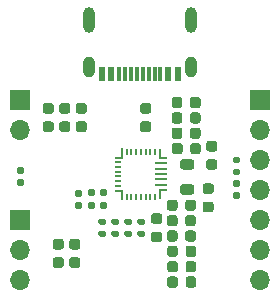
<source format=gts>
G04 #@! TF.GenerationSoftware,KiCad,Pcbnew,(5.1.10)-1*
G04 #@! TF.CreationDate,2021-12-10T13:25:55-08:00*
G04 #@! TF.ProjectId,BQ25798,42513235-3739-4382-9e6b-696361645f70,rev?*
G04 #@! TF.SameCoordinates,Original*
G04 #@! TF.FileFunction,Soldermask,Top*
G04 #@! TF.FilePolarity,Negative*
%FSLAX46Y46*%
G04 Gerber Fmt 4.6, Leading zero omitted, Abs format (unit mm)*
G04 Created by KiCad (PCBNEW (5.1.10)-1) date 2021-12-10 13:25:55*
%MOMM*%
%LPD*%
G01*
G04 APERTURE LIST*
%ADD10R,0.700000X0.200000*%
%ADD11R,1.000000X0.200000*%
%ADD12R,0.600000X0.200000*%
%ADD13R,0.200000X0.950000*%
%ADD14R,0.200000X0.600000*%
%ADD15R,0.200000X0.900000*%
%ADD16O,1.700000X1.700000*%
%ADD17R,1.700000X1.700000*%
%ADD18R,0.600000X1.150000*%
%ADD19R,0.300000X1.150000*%
%ADD20O,1.000000X2.200000*%
%ADD21O,1.000000X1.800000*%
G04 APERTURE END LIST*
D10*
X90955001Y-111784999D03*
X90955001Y-108984999D03*
X94655001Y-111734999D03*
X94655001Y-109034999D03*
D11*
X94505001Y-109484999D03*
X94505001Y-109934999D03*
X94505001Y-110384999D03*
X94505001Y-110834999D03*
X94505001Y-111284999D03*
D12*
X90905001Y-111384999D03*
X90905001Y-110984999D03*
X90905001Y-110584999D03*
X90905001Y-110184999D03*
X90905001Y-109784999D03*
X90905001Y-109384999D03*
D13*
X94405001Y-112109999D03*
D14*
X94005001Y-112284999D03*
X93605001Y-112284999D03*
X93205001Y-112284999D03*
X92805001Y-112284999D03*
X92805001Y-112284999D03*
X92405001Y-112284999D03*
X92005001Y-112284999D03*
X91605001Y-112284999D03*
D15*
X91205001Y-112134999D03*
X91205001Y-108634999D03*
D14*
X91605001Y-108484999D03*
X92005001Y-108484999D03*
X92405001Y-108484999D03*
X92805001Y-108484999D03*
X93205001Y-108484999D03*
X93605001Y-108484999D03*
X94005001Y-108484999D03*
D13*
X94405001Y-108659999D03*
G36*
G01*
X88890000Y-111745000D02*
X88890000Y-112115000D01*
G75*
G02*
X88755000Y-112250000I-135000J0D01*
G01*
X88485000Y-112250000D01*
G75*
G02*
X88350000Y-112115000I0J135000D01*
G01*
X88350000Y-111745000D01*
G75*
G02*
X88485000Y-111610000I135000J0D01*
G01*
X88755000Y-111610000D01*
G75*
G02*
X88890000Y-111745000I0J-135000D01*
G01*
G37*
G36*
G01*
X89910000Y-111745000D02*
X89910000Y-112115000D01*
G75*
G02*
X89775000Y-112250000I-135000J0D01*
G01*
X89505000Y-112250000D01*
G75*
G02*
X89370000Y-112115000I0J135000D01*
G01*
X89370000Y-111745000D01*
G75*
G02*
X89505000Y-111610000I135000J0D01*
G01*
X89775000Y-111610000D01*
G75*
G02*
X89910000Y-111745000I0J-135000D01*
G01*
G37*
G36*
G01*
X89370000Y-113215000D02*
X89370000Y-112845000D01*
G75*
G02*
X89505000Y-112710000I135000J0D01*
G01*
X89775000Y-112710000D01*
G75*
G02*
X89910000Y-112845000I0J-135000D01*
G01*
X89910000Y-113215000D01*
G75*
G02*
X89775000Y-113350000I-135000J0D01*
G01*
X89505000Y-113350000D01*
G75*
G02*
X89370000Y-113215000I0J135000D01*
G01*
G37*
G36*
G01*
X88350000Y-113215000D02*
X88350000Y-112845000D01*
G75*
G02*
X88485000Y-112710000I135000J0D01*
G01*
X88755000Y-112710000D01*
G75*
G02*
X88890000Y-112845000I0J-135000D01*
G01*
X88890000Y-113215000D01*
G75*
G02*
X88755000Y-113350000I-135000J0D01*
G01*
X88485000Y-113350000D01*
G75*
G02*
X88350000Y-113215000I0J135000D01*
G01*
G37*
G36*
G01*
X87715000Y-112290000D02*
X87345000Y-112290000D01*
G75*
G02*
X87210000Y-112155000I0J135000D01*
G01*
X87210000Y-111885000D01*
G75*
G02*
X87345000Y-111750000I135000J0D01*
G01*
X87715000Y-111750000D01*
G75*
G02*
X87850000Y-111885000I0J-135000D01*
G01*
X87850000Y-112155000D01*
G75*
G02*
X87715000Y-112290000I-135000J0D01*
G01*
G37*
G36*
G01*
X87715000Y-113310000D02*
X87345000Y-113310000D01*
G75*
G02*
X87210000Y-113175000I0J135000D01*
G01*
X87210000Y-112905000D01*
G75*
G02*
X87345000Y-112770000I135000J0D01*
G01*
X87715000Y-112770000D01*
G75*
G02*
X87850000Y-112905000I0J-135000D01*
G01*
X87850000Y-113175000D01*
G75*
G02*
X87715000Y-113310000I-135000J0D01*
G01*
G37*
G36*
G01*
X91915000Y-114690000D02*
X91545000Y-114690000D01*
G75*
G02*
X91410000Y-114555000I0J135000D01*
G01*
X91410000Y-114285000D01*
G75*
G02*
X91545000Y-114150000I135000J0D01*
G01*
X91915000Y-114150000D01*
G75*
G02*
X92050000Y-114285000I0J-135000D01*
G01*
X92050000Y-114555000D01*
G75*
G02*
X91915000Y-114690000I-135000J0D01*
G01*
G37*
G36*
G01*
X91915000Y-115710000D02*
X91545000Y-115710000D01*
G75*
G02*
X91410000Y-115575000I0J135000D01*
G01*
X91410000Y-115305000D01*
G75*
G02*
X91545000Y-115170000I135000J0D01*
G01*
X91915000Y-115170000D01*
G75*
G02*
X92050000Y-115305000I0J-135000D01*
G01*
X92050000Y-115575000D01*
G75*
G02*
X91915000Y-115710000I-135000J0D01*
G01*
G37*
G36*
G01*
X101085000Y-111460000D02*
X100715000Y-111460000D01*
G75*
G02*
X100580000Y-111325000I0J135000D01*
G01*
X100580000Y-111055000D01*
G75*
G02*
X100715000Y-110920000I135000J0D01*
G01*
X101085000Y-110920000D01*
G75*
G02*
X101220000Y-111055000I0J-135000D01*
G01*
X101220000Y-111325000D01*
G75*
G02*
X101085000Y-111460000I-135000J0D01*
G01*
G37*
G36*
G01*
X101085000Y-112480000D02*
X100715000Y-112480000D01*
G75*
G02*
X100580000Y-112345000I0J135000D01*
G01*
X100580000Y-112075000D01*
G75*
G02*
X100715000Y-111940000I135000J0D01*
G01*
X101085000Y-111940000D01*
G75*
G02*
X101220000Y-112075000I0J-135000D01*
G01*
X101220000Y-112345000D01*
G75*
G02*
X101085000Y-112480000I-135000J0D01*
G01*
G37*
G36*
G01*
X100715000Y-109940000D02*
X101085000Y-109940000D01*
G75*
G02*
X101220000Y-110075000I0J-135000D01*
G01*
X101220000Y-110345000D01*
G75*
G02*
X101085000Y-110480000I-135000J0D01*
G01*
X100715000Y-110480000D01*
G75*
G02*
X100580000Y-110345000I0J135000D01*
G01*
X100580000Y-110075000D01*
G75*
G02*
X100715000Y-109940000I135000J0D01*
G01*
G37*
G36*
G01*
X100715000Y-108920000D02*
X101085000Y-108920000D01*
G75*
G02*
X101220000Y-109055000I0J-135000D01*
G01*
X101220000Y-109325000D01*
G75*
G02*
X101085000Y-109460000I-135000J0D01*
G01*
X100715000Y-109460000D01*
G75*
G02*
X100580000Y-109325000I0J135000D01*
G01*
X100580000Y-109055000D01*
G75*
G02*
X100715000Y-108920000I135000J0D01*
G01*
G37*
G36*
G01*
X90445000Y-115170000D02*
X90815000Y-115170000D01*
G75*
G02*
X90950000Y-115305000I0J-135000D01*
G01*
X90950000Y-115575000D01*
G75*
G02*
X90815000Y-115710000I-135000J0D01*
G01*
X90445000Y-115710000D01*
G75*
G02*
X90310000Y-115575000I0J135000D01*
G01*
X90310000Y-115305000D01*
G75*
G02*
X90445000Y-115170000I135000J0D01*
G01*
G37*
G36*
G01*
X90445000Y-114150000D02*
X90815000Y-114150000D01*
G75*
G02*
X90950000Y-114285000I0J-135000D01*
G01*
X90950000Y-114555000D01*
G75*
G02*
X90815000Y-114690000I-135000J0D01*
G01*
X90445000Y-114690000D01*
G75*
G02*
X90310000Y-114555000I0J135000D01*
G01*
X90310000Y-114285000D01*
G75*
G02*
X90445000Y-114150000I135000J0D01*
G01*
G37*
G36*
G01*
X89715000Y-114690000D02*
X89345000Y-114690000D01*
G75*
G02*
X89210000Y-114555000I0J135000D01*
G01*
X89210000Y-114285000D01*
G75*
G02*
X89345000Y-114150000I135000J0D01*
G01*
X89715000Y-114150000D01*
G75*
G02*
X89850000Y-114285000I0J-135000D01*
G01*
X89850000Y-114555000D01*
G75*
G02*
X89715000Y-114690000I-135000J0D01*
G01*
G37*
G36*
G01*
X89715000Y-115710000D02*
X89345000Y-115710000D01*
G75*
G02*
X89210000Y-115575000I0J135000D01*
G01*
X89210000Y-115305000D01*
G75*
G02*
X89345000Y-115170000I135000J0D01*
G01*
X89715000Y-115170000D01*
G75*
G02*
X89850000Y-115305000I0J-135000D01*
G01*
X89850000Y-115575000D01*
G75*
G02*
X89715000Y-115710000I-135000J0D01*
G01*
G37*
G36*
G01*
X92645000Y-115170000D02*
X93015000Y-115170000D01*
G75*
G02*
X93150000Y-115305000I0J-135000D01*
G01*
X93150000Y-115575000D01*
G75*
G02*
X93015000Y-115710000I-135000J0D01*
G01*
X92645000Y-115710000D01*
G75*
G02*
X92510000Y-115575000I0J135000D01*
G01*
X92510000Y-115305000D01*
G75*
G02*
X92645000Y-115170000I135000J0D01*
G01*
G37*
G36*
G01*
X92645000Y-114150000D02*
X93015000Y-114150000D01*
G75*
G02*
X93150000Y-114285000I0J-135000D01*
G01*
X93150000Y-114555000D01*
G75*
G02*
X93015000Y-114690000I-135000J0D01*
G01*
X92645000Y-114690000D01*
G75*
G02*
X92510000Y-114555000I0J135000D01*
G01*
X92510000Y-114285000D01*
G75*
G02*
X92645000Y-114150000I135000J0D01*
G01*
G37*
G36*
G01*
X96348750Y-111255000D02*
X97111250Y-111255000D01*
G75*
G02*
X97330000Y-111473750I0J-218750D01*
G01*
X97330000Y-111911250D01*
G75*
G02*
X97111250Y-112130000I-218750J0D01*
G01*
X96348750Y-112130000D01*
G75*
G02*
X96130000Y-111911250I0J218750D01*
G01*
X96130000Y-111473750D01*
G75*
G02*
X96348750Y-111255000I218750J0D01*
G01*
G37*
G36*
G01*
X96348750Y-109130000D02*
X97111250Y-109130000D01*
G75*
G02*
X97330000Y-109348750I0J-218750D01*
G01*
X97330000Y-109786250D01*
G75*
G02*
X97111250Y-110005000I-218750J0D01*
G01*
X96348750Y-110005000D01*
G75*
G02*
X96130000Y-109786250I0J218750D01*
G01*
X96130000Y-109348750D01*
G75*
G02*
X96348750Y-109130000I218750J0D01*
G01*
G37*
D16*
X102870000Y-119380000D03*
X102870000Y-116840000D03*
X102870000Y-114300000D03*
X102870000Y-111760000D03*
X102870000Y-109220000D03*
X102870000Y-106680000D03*
D17*
X102870000Y-104140000D03*
D18*
X90310000Y-101925000D03*
X95110000Y-101925000D03*
X95910000Y-101925000D03*
X89510000Y-101925000D03*
D19*
X94460000Y-101925000D03*
X93960000Y-101925000D03*
X93460000Y-101925000D03*
X90960000Y-101925000D03*
X91460000Y-101925000D03*
X91960000Y-101925000D03*
X92460000Y-101925000D03*
X92960000Y-101925000D03*
D20*
X88390000Y-97350000D03*
X97030000Y-97350000D03*
D21*
X88390000Y-101350000D03*
X88390000Y-101350000D03*
X97030000Y-101350000D03*
D16*
X82550000Y-119380000D03*
X82550000Y-116840000D03*
D17*
X82550000Y-114300000D03*
D16*
X82550000Y-106680000D03*
D17*
X82550000Y-104140000D03*
G36*
G01*
X82427500Y-110790000D02*
X82772500Y-110790000D01*
G75*
G02*
X82920000Y-110937500I0J-147500D01*
G01*
X82920000Y-111232500D01*
G75*
G02*
X82772500Y-111380000I-147500J0D01*
G01*
X82427500Y-111380000D01*
G75*
G02*
X82280000Y-111232500I0J147500D01*
G01*
X82280000Y-110937500D01*
G75*
G02*
X82427500Y-110790000I147500J0D01*
G01*
G37*
G36*
G01*
X82427500Y-109820000D02*
X82772500Y-109820000D01*
G75*
G02*
X82920000Y-109967500I0J-147500D01*
G01*
X82920000Y-110262500D01*
G75*
G02*
X82772500Y-110410000I-147500J0D01*
G01*
X82427500Y-110410000D01*
G75*
G02*
X82280000Y-110262500I0J147500D01*
G01*
X82280000Y-109967500D01*
G75*
G02*
X82427500Y-109820000I147500J0D01*
G01*
G37*
G36*
G01*
X98250000Y-112725000D02*
X98750000Y-112725000D01*
G75*
G02*
X98975000Y-112950000I0J-225000D01*
G01*
X98975000Y-113400000D01*
G75*
G02*
X98750000Y-113625000I-225000J0D01*
G01*
X98250000Y-113625000D01*
G75*
G02*
X98025000Y-113400000I0J225000D01*
G01*
X98025000Y-112950000D01*
G75*
G02*
X98250000Y-112725000I225000J0D01*
G01*
G37*
G36*
G01*
X98250000Y-111175000D02*
X98750000Y-111175000D01*
G75*
G02*
X98975000Y-111400000I0J-225000D01*
G01*
X98975000Y-111850000D01*
G75*
G02*
X98750000Y-112075000I-225000J0D01*
G01*
X98250000Y-112075000D01*
G75*
G02*
X98025000Y-111850000I0J225000D01*
G01*
X98025000Y-111400000D01*
G75*
G02*
X98250000Y-111175000I225000J0D01*
G01*
G37*
G36*
G01*
X98550000Y-109125000D02*
X99050000Y-109125000D01*
G75*
G02*
X99275000Y-109350000I0J-225000D01*
G01*
X99275000Y-109800000D01*
G75*
G02*
X99050000Y-110025000I-225000J0D01*
G01*
X98550000Y-110025000D01*
G75*
G02*
X98325000Y-109800000I0J225000D01*
G01*
X98325000Y-109350000D01*
G75*
G02*
X98550000Y-109125000I225000J0D01*
G01*
G37*
G36*
G01*
X98550000Y-107575000D02*
X99050000Y-107575000D01*
G75*
G02*
X99275000Y-107800000I0J-225000D01*
G01*
X99275000Y-108250000D01*
G75*
G02*
X99050000Y-108475000I-225000J0D01*
G01*
X98550000Y-108475000D01*
G75*
G02*
X98325000Y-108250000I0J225000D01*
G01*
X98325000Y-107800000D01*
G75*
G02*
X98550000Y-107575000I225000J0D01*
G01*
G37*
G36*
G01*
X96580000Y-117180000D02*
X96580000Y-116680000D01*
G75*
G02*
X96805000Y-116455000I225000J0D01*
G01*
X97255000Y-116455000D01*
G75*
G02*
X97480000Y-116680000I0J-225000D01*
G01*
X97480000Y-117180000D01*
G75*
G02*
X97255000Y-117405000I-225000J0D01*
G01*
X96805000Y-117405000D01*
G75*
G02*
X96580000Y-117180000I0J225000D01*
G01*
G37*
G36*
G01*
X95030000Y-117180000D02*
X95030000Y-116680000D01*
G75*
G02*
X95255000Y-116455000I225000J0D01*
G01*
X95705000Y-116455000D01*
G75*
G02*
X95930000Y-116680000I0J-225000D01*
G01*
X95930000Y-117180000D01*
G75*
G02*
X95705000Y-117405000I-225000J0D01*
G01*
X95255000Y-117405000D01*
G75*
G02*
X95030000Y-117180000I0J225000D01*
G01*
G37*
G36*
G01*
X93450000Y-105275000D02*
X92950000Y-105275000D01*
G75*
G02*
X92725000Y-105050000I0J225000D01*
G01*
X92725000Y-104600000D01*
G75*
G02*
X92950000Y-104375000I225000J0D01*
G01*
X93450000Y-104375000D01*
G75*
G02*
X93675000Y-104600000I0J-225000D01*
G01*
X93675000Y-105050000D01*
G75*
G02*
X93450000Y-105275000I-225000J0D01*
G01*
G37*
G36*
G01*
X93450000Y-106825000D02*
X92950000Y-106825000D01*
G75*
G02*
X92725000Y-106600000I0J225000D01*
G01*
X92725000Y-106150000D01*
G75*
G02*
X92950000Y-105925000I225000J0D01*
G01*
X93450000Y-105925000D01*
G75*
G02*
X93675000Y-106150000I0J-225000D01*
G01*
X93675000Y-106600000D01*
G75*
G02*
X93450000Y-106825000I-225000J0D01*
G01*
G37*
G36*
G01*
X96580000Y-118480000D02*
X96580000Y-117980000D01*
G75*
G02*
X96805000Y-117755000I225000J0D01*
G01*
X97255000Y-117755000D01*
G75*
G02*
X97480000Y-117980000I0J-225000D01*
G01*
X97480000Y-118480000D01*
G75*
G02*
X97255000Y-118705000I-225000J0D01*
G01*
X96805000Y-118705000D01*
G75*
G02*
X96580000Y-118480000I0J225000D01*
G01*
G37*
G36*
G01*
X95030000Y-118480000D02*
X95030000Y-117980000D01*
G75*
G02*
X95255000Y-117755000I225000J0D01*
G01*
X95705000Y-117755000D01*
G75*
G02*
X95930000Y-117980000I0J-225000D01*
G01*
X95930000Y-118480000D01*
G75*
G02*
X95705000Y-118705000I-225000J0D01*
G01*
X95255000Y-118705000D01*
G75*
G02*
X95030000Y-118480000I0J225000D01*
G01*
G37*
G36*
G01*
X96555000Y-115880000D02*
X96555000Y-115380000D01*
G75*
G02*
X96780000Y-115155000I225000J0D01*
G01*
X97230000Y-115155000D01*
G75*
G02*
X97455000Y-115380000I0J-225000D01*
G01*
X97455000Y-115880000D01*
G75*
G02*
X97230000Y-116105000I-225000J0D01*
G01*
X96780000Y-116105000D01*
G75*
G02*
X96555000Y-115880000I0J225000D01*
G01*
G37*
G36*
G01*
X95005000Y-115880000D02*
X95005000Y-115380000D01*
G75*
G02*
X95230000Y-115155000I225000J0D01*
G01*
X95680000Y-115155000D01*
G75*
G02*
X95905000Y-115380000I0J-225000D01*
G01*
X95905000Y-115880000D01*
G75*
G02*
X95680000Y-116105000I-225000J0D01*
G01*
X95230000Y-116105000D01*
G75*
G02*
X95005000Y-115880000I0J225000D01*
G01*
G37*
G36*
G01*
X96955000Y-105880000D02*
X96955000Y-105380000D01*
G75*
G02*
X97180000Y-105155000I225000J0D01*
G01*
X97630000Y-105155000D01*
G75*
G02*
X97855000Y-105380000I0J-225000D01*
G01*
X97855000Y-105880000D01*
G75*
G02*
X97630000Y-106105000I-225000J0D01*
G01*
X97180000Y-106105000D01*
G75*
G02*
X96955000Y-105880000I0J225000D01*
G01*
G37*
G36*
G01*
X95405000Y-105880000D02*
X95405000Y-105380000D01*
G75*
G02*
X95630000Y-105155000I225000J0D01*
G01*
X96080000Y-105155000D01*
G75*
G02*
X96305000Y-105380000I0J-225000D01*
G01*
X96305000Y-105880000D01*
G75*
G02*
X96080000Y-106105000I-225000J0D01*
G01*
X95630000Y-106105000D01*
G75*
G02*
X95405000Y-105880000I0J225000D01*
G01*
G37*
G36*
G01*
X93880000Y-115255000D02*
X94380000Y-115255000D01*
G75*
G02*
X94605000Y-115480000I0J-225000D01*
G01*
X94605000Y-115930000D01*
G75*
G02*
X94380000Y-116155000I-225000J0D01*
G01*
X93880000Y-116155000D01*
G75*
G02*
X93655000Y-115930000I0J225000D01*
G01*
X93655000Y-115480000D01*
G75*
G02*
X93880000Y-115255000I225000J0D01*
G01*
G37*
G36*
G01*
X93880000Y-113705000D02*
X94380000Y-113705000D01*
G75*
G02*
X94605000Y-113930000I0J-225000D01*
G01*
X94605000Y-114380000D01*
G75*
G02*
X94380000Y-114605000I-225000J0D01*
G01*
X93880000Y-114605000D01*
G75*
G02*
X93655000Y-114380000I0J225000D01*
G01*
X93655000Y-113930000D01*
G75*
G02*
X93880000Y-113705000I225000J0D01*
G01*
G37*
G36*
G01*
X96580000Y-119780000D02*
X96580000Y-119280000D01*
G75*
G02*
X96805000Y-119055000I225000J0D01*
G01*
X97255000Y-119055000D01*
G75*
G02*
X97480000Y-119280000I0J-225000D01*
G01*
X97480000Y-119780000D01*
G75*
G02*
X97255000Y-120005000I-225000J0D01*
G01*
X96805000Y-120005000D01*
G75*
G02*
X96580000Y-119780000I0J225000D01*
G01*
G37*
G36*
G01*
X95030000Y-119780000D02*
X95030000Y-119280000D01*
G75*
G02*
X95255000Y-119055000I225000J0D01*
G01*
X95705000Y-119055000D01*
G75*
G02*
X95930000Y-119280000I0J-225000D01*
G01*
X95930000Y-119780000D01*
G75*
G02*
X95705000Y-120005000I-225000J0D01*
G01*
X95255000Y-120005000D01*
G75*
G02*
X95030000Y-119780000I0J225000D01*
G01*
G37*
G36*
G01*
X96955000Y-107180000D02*
X96955000Y-106680000D01*
G75*
G02*
X97180000Y-106455000I225000J0D01*
G01*
X97630000Y-106455000D01*
G75*
G02*
X97855000Y-106680000I0J-225000D01*
G01*
X97855000Y-107180000D01*
G75*
G02*
X97630000Y-107405000I-225000J0D01*
G01*
X97180000Y-107405000D01*
G75*
G02*
X96955000Y-107180000I0J225000D01*
G01*
G37*
G36*
G01*
X95405000Y-107180000D02*
X95405000Y-106680000D01*
G75*
G02*
X95630000Y-106455000I225000J0D01*
G01*
X96080000Y-106455000D01*
G75*
G02*
X96305000Y-106680000I0J-225000D01*
G01*
X96305000Y-107180000D01*
G75*
G02*
X96080000Y-107405000I-225000J0D01*
G01*
X95630000Y-107405000D01*
G75*
G02*
X95405000Y-107180000I0J225000D01*
G01*
G37*
G36*
G01*
X87510000Y-105925000D02*
X88010000Y-105925000D01*
G75*
G02*
X88235000Y-106150000I0J-225000D01*
G01*
X88235000Y-106600000D01*
G75*
G02*
X88010000Y-106825000I-225000J0D01*
G01*
X87510000Y-106825000D01*
G75*
G02*
X87285000Y-106600000I0J225000D01*
G01*
X87285000Y-106150000D01*
G75*
G02*
X87510000Y-105925000I225000J0D01*
G01*
G37*
G36*
G01*
X87510000Y-104375000D02*
X88010000Y-104375000D01*
G75*
G02*
X88235000Y-104600000I0J-225000D01*
G01*
X88235000Y-105050000D01*
G75*
G02*
X88010000Y-105275000I-225000J0D01*
G01*
X87510000Y-105275000D01*
G75*
G02*
X87285000Y-105050000I0J225000D01*
G01*
X87285000Y-104600000D01*
G75*
G02*
X87510000Y-104375000I225000J0D01*
G01*
G37*
G36*
G01*
X86950000Y-117425000D02*
X87450000Y-117425000D01*
G75*
G02*
X87675000Y-117650000I0J-225000D01*
G01*
X87675000Y-118100000D01*
G75*
G02*
X87450000Y-118325000I-225000J0D01*
G01*
X86950000Y-118325000D01*
G75*
G02*
X86725000Y-118100000I0J225000D01*
G01*
X86725000Y-117650000D01*
G75*
G02*
X86950000Y-117425000I225000J0D01*
G01*
G37*
G36*
G01*
X86950000Y-115875000D02*
X87450000Y-115875000D01*
G75*
G02*
X87675000Y-116100000I0J-225000D01*
G01*
X87675000Y-116550000D01*
G75*
G02*
X87450000Y-116775000I-225000J0D01*
G01*
X86950000Y-116775000D01*
G75*
G02*
X86725000Y-116550000I0J225000D01*
G01*
X86725000Y-116100000D01*
G75*
G02*
X86950000Y-115875000I225000J0D01*
G01*
G37*
G36*
G01*
X96555000Y-114580000D02*
X96555000Y-114080000D01*
G75*
G02*
X96780000Y-113855000I225000J0D01*
G01*
X97230000Y-113855000D01*
G75*
G02*
X97455000Y-114080000I0J-225000D01*
G01*
X97455000Y-114580000D01*
G75*
G02*
X97230000Y-114805000I-225000J0D01*
G01*
X96780000Y-114805000D01*
G75*
G02*
X96555000Y-114580000I0J225000D01*
G01*
G37*
G36*
G01*
X95005000Y-114580000D02*
X95005000Y-114080000D01*
G75*
G02*
X95230000Y-113855000I225000J0D01*
G01*
X95680000Y-113855000D01*
G75*
G02*
X95905000Y-114080000I0J-225000D01*
G01*
X95905000Y-114580000D01*
G75*
G02*
X95680000Y-114805000I-225000J0D01*
G01*
X95230000Y-114805000D01*
G75*
G02*
X95005000Y-114580000I0J225000D01*
G01*
G37*
G36*
G01*
X96980000Y-108480000D02*
X96980000Y-107980000D01*
G75*
G02*
X97205000Y-107755000I225000J0D01*
G01*
X97655000Y-107755000D01*
G75*
G02*
X97880000Y-107980000I0J-225000D01*
G01*
X97880000Y-108480000D01*
G75*
G02*
X97655000Y-108705000I-225000J0D01*
G01*
X97205000Y-108705000D01*
G75*
G02*
X96980000Y-108480000I0J225000D01*
G01*
G37*
G36*
G01*
X95430000Y-108480000D02*
X95430000Y-107980000D01*
G75*
G02*
X95655000Y-107755000I225000J0D01*
G01*
X96105000Y-107755000D01*
G75*
G02*
X96330000Y-107980000I0J-225000D01*
G01*
X96330000Y-108480000D01*
G75*
G02*
X96105000Y-108705000I-225000J0D01*
G01*
X95655000Y-108705000D01*
G75*
G02*
X95430000Y-108480000I0J225000D01*
G01*
G37*
G36*
G01*
X86110000Y-105925000D02*
X86610000Y-105925000D01*
G75*
G02*
X86835000Y-106150000I0J-225000D01*
G01*
X86835000Y-106600000D01*
G75*
G02*
X86610000Y-106825000I-225000J0D01*
G01*
X86110000Y-106825000D01*
G75*
G02*
X85885000Y-106600000I0J225000D01*
G01*
X85885000Y-106150000D01*
G75*
G02*
X86110000Y-105925000I225000J0D01*
G01*
G37*
G36*
G01*
X86110000Y-104375000D02*
X86610000Y-104375000D01*
G75*
G02*
X86835000Y-104600000I0J-225000D01*
G01*
X86835000Y-105050000D01*
G75*
G02*
X86610000Y-105275000I-225000J0D01*
G01*
X86110000Y-105275000D01*
G75*
G02*
X85885000Y-105050000I0J225000D01*
G01*
X85885000Y-104600000D01*
G75*
G02*
X86110000Y-104375000I225000J0D01*
G01*
G37*
G36*
G01*
X85550000Y-117425000D02*
X86050000Y-117425000D01*
G75*
G02*
X86275000Y-117650000I0J-225000D01*
G01*
X86275000Y-118100000D01*
G75*
G02*
X86050000Y-118325000I-225000J0D01*
G01*
X85550000Y-118325000D01*
G75*
G02*
X85325000Y-118100000I0J225000D01*
G01*
X85325000Y-117650000D01*
G75*
G02*
X85550000Y-117425000I225000J0D01*
G01*
G37*
G36*
G01*
X85550000Y-115875000D02*
X86050000Y-115875000D01*
G75*
G02*
X86275000Y-116100000I0J-225000D01*
G01*
X86275000Y-116550000D01*
G75*
G02*
X86050000Y-116775000I-225000J0D01*
G01*
X85550000Y-116775000D01*
G75*
G02*
X85325000Y-116550000I0J225000D01*
G01*
X85325000Y-116100000D01*
G75*
G02*
X85550000Y-115875000I225000J0D01*
G01*
G37*
G36*
G01*
X96555000Y-113280000D02*
X96555000Y-112780000D01*
G75*
G02*
X96780000Y-112555000I225000J0D01*
G01*
X97230000Y-112555000D01*
G75*
G02*
X97455000Y-112780000I0J-225000D01*
G01*
X97455000Y-113280000D01*
G75*
G02*
X97230000Y-113505000I-225000J0D01*
G01*
X96780000Y-113505000D01*
G75*
G02*
X96555000Y-113280000I0J225000D01*
G01*
G37*
G36*
G01*
X95005000Y-113280000D02*
X95005000Y-112780000D01*
G75*
G02*
X95230000Y-112555000I225000J0D01*
G01*
X95680000Y-112555000D01*
G75*
G02*
X95905000Y-112780000I0J-225000D01*
G01*
X95905000Y-113280000D01*
G75*
G02*
X95680000Y-113505000I-225000J0D01*
G01*
X95230000Y-113505000D01*
G75*
G02*
X95005000Y-113280000I0J225000D01*
G01*
G37*
G36*
G01*
X96955000Y-104580000D02*
X96955000Y-104080000D01*
G75*
G02*
X97180000Y-103855000I225000J0D01*
G01*
X97630000Y-103855000D01*
G75*
G02*
X97855000Y-104080000I0J-225000D01*
G01*
X97855000Y-104580000D01*
G75*
G02*
X97630000Y-104805000I-225000J0D01*
G01*
X97180000Y-104805000D01*
G75*
G02*
X96955000Y-104580000I0J225000D01*
G01*
G37*
G36*
G01*
X95405000Y-104580000D02*
X95405000Y-104080000D01*
G75*
G02*
X95630000Y-103855000I225000J0D01*
G01*
X96080000Y-103855000D01*
G75*
G02*
X96305000Y-104080000I0J-225000D01*
G01*
X96305000Y-104580000D01*
G75*
G02*
X96080000Y-104805000I-225000J0D01*
G01*
X95630000Y-104805000D01*
G75*
G02*
X95405000Y-104580000I0J225000D01*
G01*
G37*
G36*
G01*
X84710000Y-105925000D02*
X85210000Y-105925000D01*
G75*
G02*
X85435000Y-106150000I0J-225000D01*
G01*
X85435000Y-106600000D01*
G75*
G02*
X85210000Y-106825000I-225000J0D01*
G01*
X84710000Y-106825000D01*
G75*
G02*
X84485000Y-106600000I0J225000D01*
G01*
X84485000Y-106150000D01*
G75*
G02*
X84710000Y-105925000I225000J0D01*
G01*
G37*
G36*
G01*
X84710000Y-104375000D02*
X85210000Y-104375000D01*
G75*
G02*
X85435000Y-104600000I0J-225000D01*
G01*
X85435000Y-105050000D01*
G75*
G02*
X85210000Y-105275000I-225000J0D01*
G01*
X84710000Y-105275000D01*
G75*
G02*
X84485000Y-105050000I0J225000D01*
G01*
X84485000Y-104600000D01*
G75*
G02*
X84710000Y-104375000I225000J0D01*
G01*
G37*
M02*

</source>
